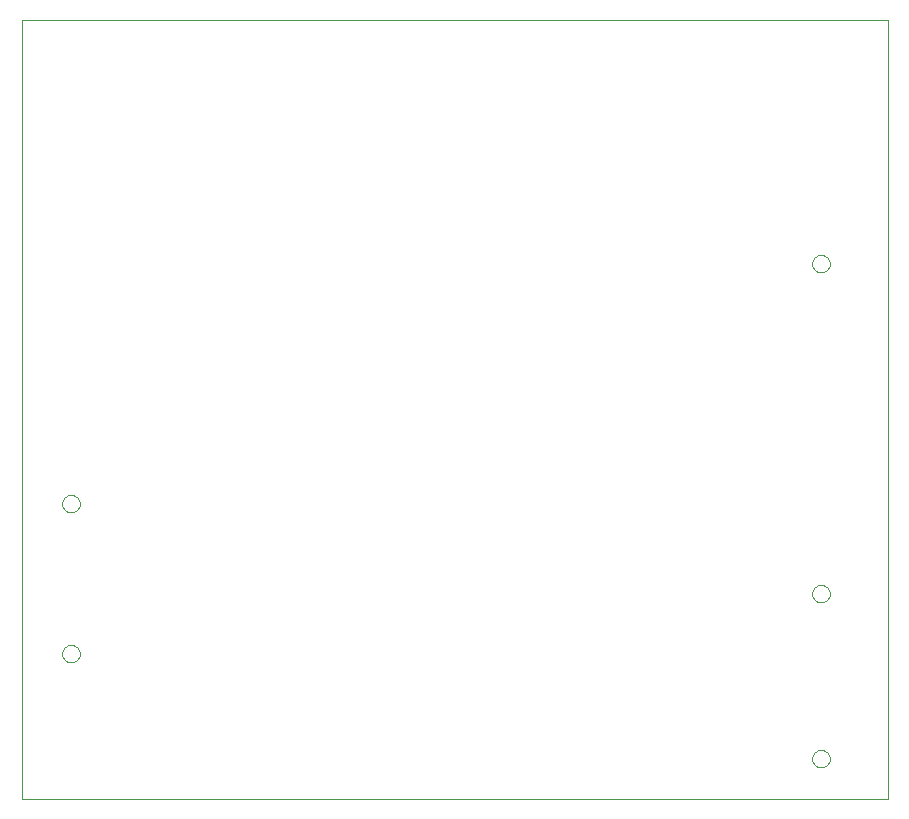
<source format=gm1>
G75*
%MOIN*%
%OFA0B0*%
%FSLAX24Y24*%
%IPPOS*%
%LPD*%
%AMOC8*
5,1,8,0,0,1.08239X$1,22.5*
%
%ADD10C,0.0000*%
D10*
X000180Y000816D02*
X000180Y026812D01*
X029050Y026812D01*
X029050Y000816D01*
X000180Y000816D01*
X001529Y005678D02*
X001531Y005712D01*
X001537Y005746D01*
X001547Y005779D01*
X001560Y005810D01*
X001578Y005840D01*
X001598Y005868D01*
X001622Y005893D01*
X001648Y005915D01*
X001676Y005933D01*
X001707Y005949D01*
X001739Y005961D01*
X001773Y005969D01*
X001807Y005973D01*
X001841Y005973D01*
X001875Y005969D01*
X001909Y005961D01*
X001941Y005949D01*
X001971Y005933D01*
X002000Y005915D01*
X002026Y005893D01*
X002050Y005868D01*
X002070Y005840D01*
X002088Y005810D01*
X002101Y005779D01*
X002111Y005746D01*
X002117Y005712D01*
X002119Y005678D01*
X002117Y005644D01*
X002111Y005610D01*
X002101Y005577D01*
X002088Y005546D01*
X002070Y005516D01*
X002050Y005488D01*
X002026Y005463D01*
X002000Y005441D01*
X001972Y005423D01*
X001941Y005407D01*
X001909Y005395D01*
X001875Y005387D01*
X001841Y005383D01*
X001807Y005383D01*
X001773Y005387D01*
X001739Y005395D01*
X001707Y005407D01*
X001676Y005423D01*
X001648Y005441D01*
X001622Y005463D01*
X001598Y005488D01*
X001578Y005516D01*
X001560Y005546D01*
X001547Y005577D01*
X001537Y005610D01*
X001531Y005644D01*
X001529Y005678D01*
X001529Y010678D02*
X001531Y010712D01*
X001537Y010746D01*
X001547Y010779D01*
X001560Y010810D01*
X001578Y010840D01*
X001598Y010868D01*
X001622Y010893D01*
X001648Y010915D01*
X001676Y010933D01*
X001707Y010949D01*
X001739Y010961D01*
X001773Y010969D01*
X001807Y010973D01*
X001841Y010973D01*
X001875Y010969D01*
X001909Y010961D01*
X001941Y010949D01*
X001971Y010933D01*
X002000Y010915D01*
X002026Y010893D01*
X002050Y010868D01*
X002070Y010840D01*
X002088Y010810D01*
X002101Y010779D01*
X002111Y010746D01*
X002117Y010712D01*
X002119Y010678D01*
X002117Y010644D01*
X002111Y010610D01*
X002101Y010577D01*
X002088Y010546D01*
X002070Y010516D01*
X002050Y010488D01*
X002026Y010463D01*
X002000Y010441D01*
X001972Y010423D01*
X001941Y010407D01*
X001909Y010395D01*
X001875Y010387D01*
X001841Y010383D01*
X001807Y010383D01*
X001773Y010387D01*
X001739Y010395D01*
X001707Y010407D01*
X001676Y010423D01*
X001648Y010441D01*
X001622Y010463D01*
X001598Y010488D01*
X001578Y010516D01*
X001560Y010546D01*
X001547Y010577D01*
X001537Y010610D01*
X001531Y010644D01*
X001529Y010678D01*
X026529Y007678D02*
X026531Y007712D01*
X026537Y007746D01*
X026547Y007779D01*
X026560Y007810D01*
X026578Y007840D01*
X026598Y007868D01*
X026622Y007893D01*
X026648Y007915D01*
X026676Y007933D01*
X026707Y007949D01*
X026739Y007961D01*
X026773Y007969D01*
X026807Y007973D01*
X026841Y007973D01*
X026875Y007969D01*
X026909Y007961D01*
X026941Y007949D01*
X026971Y007933D01*
X027000Y007915D01*
X027026Y007893D01*
X027050Y007868D01*
X027070Y007840D01*
X027088Y007810D01*
X027101Y007779D01*
X027111Y007746D01*
X027117Y007712D01*
X027119Y007678D01*
X027117Y007644D01*
X027111Y007610D01*
X027101Y007577D01*
X027088Y007546D01*
X027070Y007516D01*
X027050Y007488D01*
X027026Y007463D01*
X027000Y007441D01*
X026972Y007423D01*
X026941Y007407D01*
X026909Y007395D01*
X026875Y007387D01*
X026841Y007383D01*
X026807Y007383D01*
X026773Y007387D01*
X026739Y007395D01*
X026707Y007407D01*
X026676Y007423D01*
X026648Y007441D01*
X026622Y007463D01*
X026598Y007488D01*
X026578Y007516D01*
X026560Y007546D01*
X026547Y007577D01*
X026537Y007610D01*
X026531Y007644D01*
X026529Y007678D01*
X026529Y002178D02*
X026531Y002212D01*
X026537Y002246D01*
X026547Y002279D01*
X026560Y002310D01*
X026578Y002340D01*
X026598Y002368D01*
X026622Y002393D01*
X026648Y002415D01*
X026676Y002433D01*
X026707Y002449D01*
X026739Y002461D01*
X026773Y002469D01*
X026807Y002473D01*
X026841Y002473D01*
X026875Y002469D01*
X026909Y002461D01*
X026941Y002449D01*
X026971Y002433D01*
X027000Y002415D01*
X027026Y002393D01*
X027050Y002368D01*
X027070Y002340D01*
X027088Y002310D01*
X027101Y002279D01*
X027111Y002246D01*
X027117Y002212D01*
X027119Y002178D01*
X027117Y002144D01*
X027111Y002110D01*
X027101Y002077D01*
X027088Y002046D01*
X027070Y002016D01*
X027050Y001988D01*
X027026Y001963D01*
X027000Y001941D01*
X026972Y001923D01*
X026941Y001907D01*
X026909Y001895D01*
X026875Y001887D01*
X026841Y001883D01*
X026807Y001883D01*
X026773Y001887D01*
X026739Y001895D01*
X026707Y001907D01*
X026676Y001923D01*
X026648Y001941D01*
X026622Y001963D01*
X026598Y001988D01*
X026578Y002016D01*
X026560Y002046D01*
X026547Y002077D01*
X026537Y002110D01*
X026531Y002144D01*
X026529Y002178D01*
X026529Y018678D02*
X026531Y018712D01*
X026537Y018746D01*
X026547Y018779D01*
X026560Y018810D01*
X026578Y018840D01*
X026598Y018868D01*
X026622Y018893D01*
X026648Y018915D01*
X026676Y018933D01*
X026707Y018949D01*
X026739Y018961D01*
X026773Y018969D01*
X026807Y018973D01*
X026841Y018973D01*
X026875Y018969D01*
X026909Y018961D01*
X026941Y018949D01*
X026971Y018933D01*
X027000Y018915D01*
X027026Y018893D01*
X027050Y018868D01*
X027070Y018840D01*
X027088Y018810D01*
X027101Y018779D01*
X027111Y018746D01*
X027117Y018712D01*
X027119Y018678D01*
X027117Y018644D01*
X027111Y018610D01*
X027101Y018577D01*
X027088Y018546D01*
X027070Y018516D01*
X027050Y018488D01*
X027026Y018463D01*
X027000Y018441D01*
X026972Y018423D01*
X026941Y018407D01*
X026909Y018395D01*
X026875Y018387D01*
X026841Y018383D01*
X026807Y018383D01*
X026773Y018387D01*
X026739Y018395D01*
X026707Y018407D01*
X026676Y018423D01*
X026648Y018441D01*
X026622Y018463D01*
X026598Y018488D01*
X026578Y018516D01*
X026560Y018546D01*
X026547Y018577D01*
X026537Y018610D01*
X026531Y018644D01*
X026529Y018678D01*
M02*

</source>
